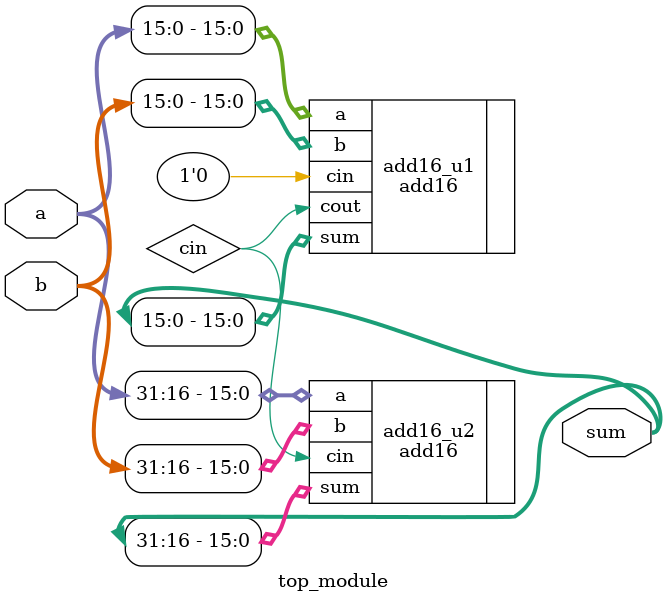
<source format=v>
module top_module(
    input [31:0] a,
    input [31:0] b,
    output [31:0] sum
);

    wire cin;

    add16 add16_u1(
        .a(a[15:0]),
        .b(b[15:0]),
        .sum(sum[15:0]),
        .cin(1'b0),
        .cout(cin)
    );

    add16 add16_u2(
        .a(a[31:16]),
        .b(b[31:16]),
        .sum(sum[31:16]),
        .cin(cin)
    );

endmodule
</source>
